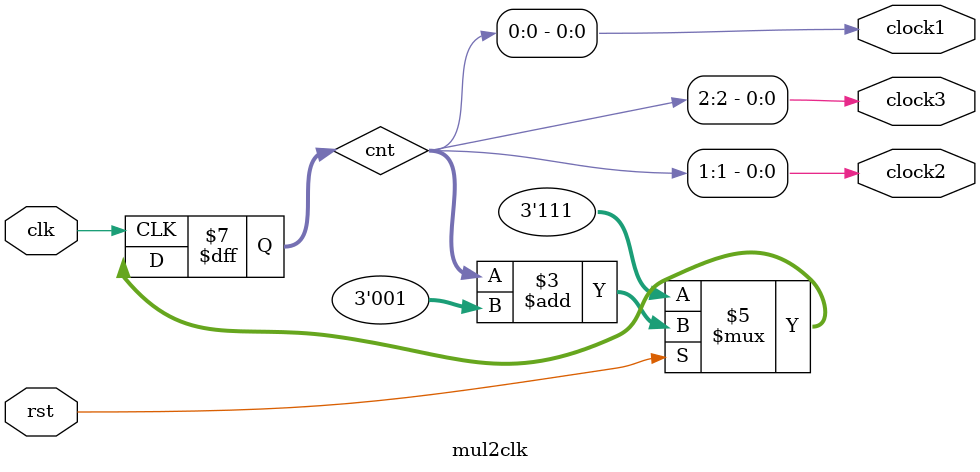
<source format=v>
`timescale 1ns / 1ps
module mul2clk(
	input clk,
	input rst,
	output clock1,
	output clock2,
	output clock3);

reg[2:0] cnt;
parameter i=1;
parameter j=2;
parameter k=3;
always @(posedge clk)
	if(!rst) cnt<=3'b111;
	else cnt <=cnt+3'd1;
assign clock1=cnt[i-1];
assign clock2=cnt[j-1];
assign clock3=cnt[k-1];
endmodule

</source>
